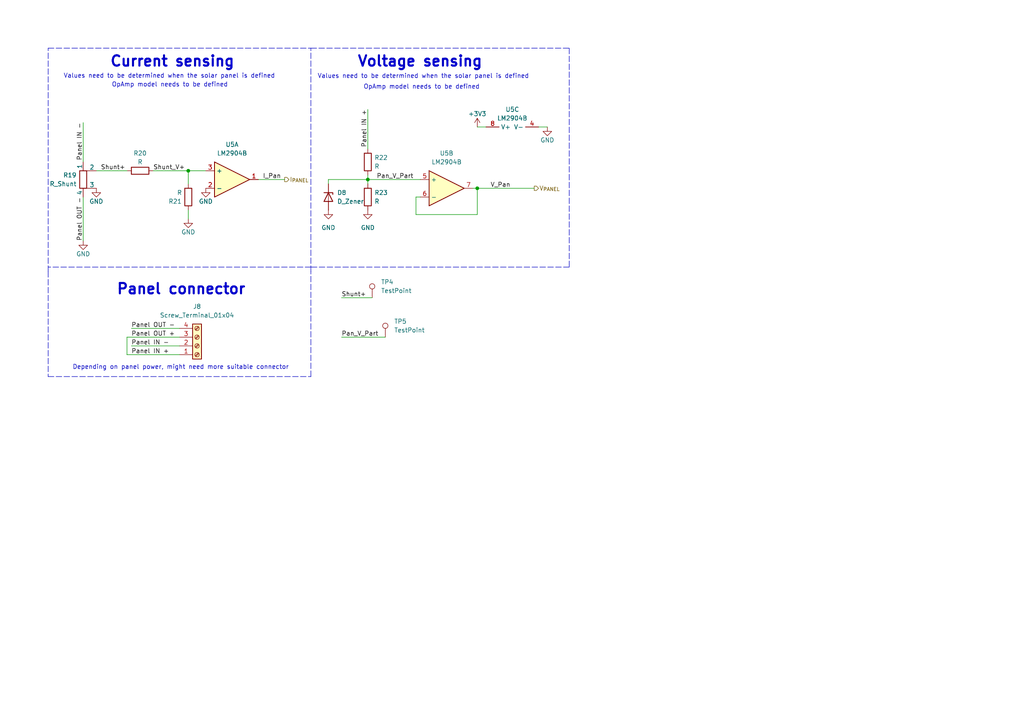
<source format=kicad_sch>
(kicad_sch (version 20211123) (generator eeschema)
  (paper "A4")
  (title_block (title "Sensing"))
  (lib_symbols
    (symbol "Connector:Screw_Terminal_01x04" (pin_names (offset 1.016) hide)
      (property "Reference" "J" (at 0 5.08 0))
      (property "Value" "Screw_Terminal_01x04" (at 0 -7.62 0))
      (symbol "Screw_Terminal_01x04_1_1"
        (rectangle (start -1.27 3.81) (end 1.27 -6.35) (stroke (width 0.254)) (fill (type background)))
        (circle (center 0 -5.08) (radius 0.635) (stroke (width 0.1524)))
        (circle (center 0 -2.54) (radius 0.635) (stroke (width 0.1524)))
        (polyline (pts (xy -0.5334 -4.7498) (xy 0.3302 -5.588)) (stroke (width 0.1524)))
        (polyline (pts (xy -0.5334 -2.2098) (xy 0.3302 -3.048)) (stroke (width 0.1524)))
        (polyline (pts (xy -0.5334 0.3302) (xy 0.3302 -0.508)) (stroke (width 0.1524)))
        (polyline (pts (xy -0.5334 2.8702) (xy 0.3302 2.032)) (stroke (width 0.1524)))
        (polyline (pts (xy -0.3556 -4.572) (xy 0.508 -5.4102)) (stroke (width 0.1524)))
        (polyline (pts (xy -0.3556 -2.032) (xy 0.508 -2.8702)) (stroke (width 0.1524)))
        (polyline (pts (xy -0.3556 0.508) (xy 0.508 -0.3302)) (stroke (width 0.1524)))
        (polyline (pts (xy -0.3556 3.048) (xy 0.508 2.2098)) (stroke (width 0.1524)))
        (circle (center 0 0) (radius 0.635) (stroke (width 0.1524)))
        (circle (center 0 2.54) (radius 0.635) (stroke (width 0.1524)))
        (pin passive line (at -5.08 2.54 0) (length 3.81) (name "Pin_1") (number "1"))
        (pin passive line (at -5.08 0 0) (length 3.81) (name "Pin_2") (number "2"))
        (pin passive line (at -5.08 -2.54 0) (length 3.81) (name "Pin_3") (number "3"))
        (pin passive line (at -5.08 -5.08 0) (length 3.81) (name "Pin_4") (number "4"))
      )
    )
    (symbol "Connector:TestPoint" (pin_numbers hide) (pin_names (offset 0.762) hide)
      (property "Reference" "TP" (at 0 6.858 0))
      (property "Value" "TestPoint" (at 0 5.08 0))
      (symbol "TestPoint_0_1"
        (circle (center 0 3.302) (radius 0.762))
      )
      (symbol "TestPoint_1_1"
        (pin passive line (at 0 0 90) (length 2.54) (name "1") (number "1"))
      )
    )
    (symbol "Device:D_Zener" (pin_numbers hide) (pin_names (offset 1.016) hide)
      (property "Reference" "D" (at 0 2.54 0))
      (property "Value" "D_Zener" (at 0 -2.54 0))
      (symbol "D_Zener_0_1"
        (polyline (pts (xy 1.27 0) (xy -1.27 0)))
        (polyline (pts (xy -1.27 -1.27) (xy -1.27 1.27) (xy -0.762 1.27)) (stroke (width 0.254)))
        (polyline (pts (xy 1.27 -1.27) (xy 1.27 1.27) (xy -1.27 0) (xy 1.27 -1.27)) (stroke (width 0.254)))
      )
      (symbol "D_Zener_1_1"
        (pin passive line (at -3.81 0 0) (length 2.54) (name "K") (number "1"))
        (pin passive line (at 3.81 0 180) (length 2.54) (name "A") (number "2"))
      )
    )
    (symbol "Device:Opamp_Dual"
      (property "Reference" "U" (at 0 5.08 0))
      (property "Value" "Opamp_Dual" (at 0 -5.08 0))
      (symbol "Opamp_Dual_1_1"
        (polyline (pts (xy -5.08 5.08) (xy 5.08 0) (xy -5.08 -5.08) (xy -5.08 5.08)) (stroke (width 0.254)) (fill (type background)))
        (pin output line (at 7.62 0 180) (length 2.54) (name "~") (number "1"))
        (pin input line (at -7.62 -2.54 0) (length 2.54) (name "-") (number "2"))
        (pin input line (at -7.62 2.54 0) (length 2.54) (name "+") (number "3"))
      )
      (symbol "Opamp_Dual_2_1"
        (polyline (pts (xy -5.08 5.08) (xy 5.08 0) (xy -5.08 -5.08) (xy -5.08 5.08)) (stroke (width 0.254)) (fill (type background)))
        (pin input line (at -7.62 2.54 0) (length 2.54) (name "+") (number "5"))
        (pin input line (at -7.62 -2.54 0) (length 2.54) (name "-") (number "6"))
        (pin output line (at 7.62 0 180) (length 2.54) (name "~") (number "7"))
      )
      (symbol "Opamp_Dual_3_1"
        (pin power_in line (at -2.54 -7.62 90) (length 3.81) (name "V-") (number "4"))
        (pin power_in line (at -2.54 7.62 270) (length 3.81) (name "V+") (number "8"))
      )
    )
    (symbol "Device:R" (pin_numbers hide) (pin_names (offset 0))
      (property "Reference" "R" (at 2.032 0 90))
      (property "Value" "R" (at 0 0 90))
      (symbol "R_0_1"
        (rectangle (start -1.016 -2.54) (end 1.016 2.54) (stroke (width 0.254)))
      )
      (symbol "R_1_1"
        (pin passive line (at 0 3.81 270) (length 1.27) (name "~") (number "1"))
        (pin passive line (at 0 -3.81 90) (length 1.27) (name "~") (number "2"))
      )
    )
    (symbol "Device:R_Shunt" (pin_numbers hide) (pin_names (offset 0))
      (property "Reference" "R" (at -4.445 0 90))
      (property "Value" "R_Shunt" (at -2.54 0 90))
      (symbol "R_Shunt_0_1"
        (rectangle (start -1.016 -2.54) (end 1.016 2.54) (stroke (width 0.254)))
        (polyline (pts (xy 0 -2.54) (xy 1.27 -2.54)))
        (polyline (pts (xy 1.27 2.54) (xy 0 2.54)))
      )
      (symbol "R_Shunt_1_1"
        (pin passive line (at 0 5.08 270) (length 2.54) (name "1") (number "1"))
        (pin passive line (at 3.81 2.54 180) (length 2.54) (name "2") (number "2"))
        (pin passive line (at 3.81 -2.54 180) (length 2.54) (name "3") (number "3"))
        (pin passive line (at 0 -5.08 90) (length 2.54) (name "4") (number "4"))
      )
    )
    (symbol "power:+3V3" (power) (pin_names (offset 0))
      (property "Value" "+3V3" (at 0 3.556 0))
      (symbol "+3V3_0_1"
        (polyline (pts (xy -0.762 1.27) (xy 0 2.54)))
        (polyline (pts (xy 0 0) (xy 0 2.54)))
        (polyline (pts (xy 0 2.54) (xy 0.762 1.27)))
      )
      (symbol "+3V3_1_1"
        (pin power_in line (at 0 0 90) (length 0) hide (name "+3V3") (number "1"))
      )
    )
    (symbol "power:GND" (power) (pin_names (offset 0))
      (property "Value" "GND" (at 0 -3.81 0))
      (symbol "GND_0_1"
        (polyline (pts (xy 0 0) (xy 0 -1.27) (xy 1.27 -1.27) (xy 0 -2.54) (xy -1.27 -1.27) (xy 0 -1.27)))
      )
      (symbol "GND_1_1"
        (pin power_in line (at 0 0 270) (length 0) hide (name "GND") (number "1"))
      )
    )
  )
  (junction (at 106.68 52.07))
  (junction (at 54.61 49.53))
  (junction (at 138.43 54.61))
  (wire (pts (xy 44.45 49.53) (xy 54.61 49.53)))
  (wire (pts (xy 138.43 54.61) (xy 154.94 54.61)))
  (wire (pts (xy 52.07 97.79) (xy 36.83 97.79)))
  (wire (pts (xy 52.07 100.33) (xy 38.1 100.33)))
  (wire (pts (xy 106.68 52.07) (xy 95.25 52.07)))
  (polyline (pts (xy 90.17 109.22) (xy 90.17 78.74)))
  (polyline (pts (xy 90.17 78.74) (xy 90.17 13.97)))
  (polyline (pts (xy 13.97 78.74) (xy 13.97 13.97)))
  (wire (pts (xy 95.25 52.07) (xy 95.25 53.34)))
  (wire (pts (xy 138.43 36.83) (xy 140.97 36.83)))
  (wire (pts (xy 52.07 95.25) (xy 38.1 95.25)))
  (polyline (pts (xy 90.17 13.97) (xy 165.1 13.97)))
  (wire (pts (xy 24.13 46.99) (xy 24.13 35.56)))
  (wire (pts (xy 54.61 49.53) (xy 54.61 53.34)))
  (wire (pts (xy 120.65 62.23) (xy 138.43 62.23)))
  (polyline (pts (xy 165.1 77.47) (xy 90.17 77.47)))
  (wire (pts (xy 36.83 97.79) (xy 36.83 102.87)))
  (polyline (pts (xy 13.97 13.97) (xy 90.17 13.97)))
  (wire (pts (xy 106.68 52.07) (xy 121.92 52.07)))
  (polyline (pts (xy 13.97 78.74) (xy 13.97 109.22)))
  (wire (pts (xy 106.68 43.18) (xy 106.68 31.75)))
  (wire (pts (xy 106.68 52.07) (xy 106.68 53.34)))
  (polyline (pts (xy 13.97 109.22) (xy 90.17 109.22)))
  (polyline (pts (xy 90.17 77.47) (xy 13.97 77.47)))
  (wire (pts (xy 99.06 97.79) (xy 111.76 97.79)))
  (wire (pts (xy 54.61 49.53) (xy 59.69 49.53)))
  (wire (pts (xy 138.43 62.23) (xy 138.43 54.61)))
  (wire (pts (xy 27.94 49.53) (xy 36.83 49.53)))
  (wire (pts (xy 106.68 50.8) (xy 106.68 52.07)))
  (wire (pts (xy 52.07 102.87) (xy 36.83 102.87)))
  (wire (pts (xy 54.61 60.96) (xy 54.61 63.5)))
  (wire (pts (xy 99.06 86.36) (xy 107.95 86.36)))
  (wire (pts (xy 138.43 54.61) (xy 137.16 54.61)))
  (wire (pts (xy 120.65 57.15) (xy 120.65 62.23)))
  (wire (pts (xy 24.13 57.15) (xy 24.13 69.85)))
  (wire (pts (xy 120.65 57.15) (xy 121.92 57.15)))
  (wire (pts (xy 156.21 36.83) (xy 158.75 36.83)))
  (wire (pts (xy 74.93 52.07) (xy 82.55 52.07)))
  (polyline (pts (xy 165.1 13.97) (xy 165.1 77.47)))
  (text "Values need to be determined when the solar panel is defined" (at 18.415 22.86 0) (effects (font (size 1.27 1.27)) (justify left bottom)))
  (text "Voltage sensing" (at 103.505 19.685 0) (effects (font (size 3 3) (thickness 0.6) bold) (justify left bottom)))
  (text "Values need to be determined when the solar panel is defined" (at 92.075 22.9269 0) (effects (font (size 1.27 1.27)) (justify left bottom)))
  (text "Current sensing" (at 31.75 19.685 0) (effects (font (size 3 3) (thickness 0.6) bold) (justify left bottom)))
  (text "OpAmp model needs to be defined" (at 32.385 25.4 0) (effects (font (size 1.27 1.27)) (justify left bottom)))
  (text "Depending on panel power, might need more suitable connector" (at 83.82 107.315 0) (effects (font (size 1.27 1.27)) (justify right bottom)))
  (text "Panel connector" (at 33.655 85.725 0) (effects (font (size 3 3) (thickness 0.6) bold) (justify left bottom)))
  (text "OpAmp model needs to be defined" (at 105.41 26.035 0) (effects (font (size 1.27 1.27)) (justify left bottom)))
  (label "Panel OUT +" (at 38.1 97.79 0))
  (label "Panel OUT -" (at 24.13 69.85 90))
  (label "Panel IN -" (at 38.1 100.33 0))
  (label "Shunt_V+" (at 44.45 49.53 0))
  (label "Panel IN +" (at 106.68 31.75 270))
  (label "Shunt+" (at 29.21 49.53 0))
  (label "V_Pan" (at 142.24 54.61 0))
  (label "Panel IN -" (at 24.13 35.56 270))
  (label "I_Pan" (at 76.2 52.07 0))
  (label "Shunt+" (at 99.06 86.36 0))
  (label "Pan_V_Part" (at 109.22 52.07 0))
  (label "Panel OUT -" (at 38.1 95.25 0))
  (label "Pan_V_Part" (at 99.06 97.79 0))
  (label "Panel IN +" (at 38.1 102.87 0))
  (hierarchical_label "V_{PANEL}" (shape output) (at 154.94 54.61 0))
  (hierarchical_label "I_{PANEL}" (shape output) (at 82.55 52.07 0))
  (symbol (lib_id "Device:Opamp_Dual") (at 129.54 54.61 0) (unit 2)
    (property "Reference" "U5" (at 129.54 44.45 0))
    (property "Value" "LM2904B" (at 129.54 46.99 0))
    (property "Footprint" "Package_SO:TSSOP-8_4.4x3mm_P0.65mm" (effects hide))
  )
  (symbol (lib_id "power:GND") (at 106.68 60.96 0) (unit 1)
    (property "Reference" "#PWR081" (effects hide))
    (property "Value" "GND" (at 106.68 66.04 0))
  )
  (symbol (lib_id "power:+3V3") (at 138.43 36.83 0) (unit 1)
    (property "Reference" "#PWR082" (effects hide))
    (property "Value" "+3V3" (at 138.43 33.02 0))
  )
  (symbol (lib_id "power:GND") (at 59.69 54.61 0) (unit 1)
    (property "Reference" "#PWR079" (effects hide))
    (property "Value" "GND" (at 59.69 58.42 0))
  )
  (symbol (lib_id "power:GND") (at 54.61 63.5 0) (unit 1)
    (property "Reference" "#PWR078" (effects hide))
    (property "Value" "GND" (at 54.61 67.31 0))
  )
  (symbol (lib_id "Device:R") (at 106.68 57.15 0) (unit 1)
    (property "Reference" "R23" (at 108.585 55.8799 0) (effects (justify left)))
    (property "Value" "R" (at 108.585 58.4199 0) (effects (justify left)))
    (property "Footprint" "Resistor_SMD:R_0603_1608Metric" (effects hide))
  )
  (symbol (lib_id "Device:Opamp_Dual") (at 67.31 52.07 0) (unit 1)
    (property "Reference" "U5" (at 67.31 41.91 0))
    (property "Value" "LM2904B" (at 67.31 44.45 0))
    (property "Footprint" "Package_SO:TSSOP-8_4.4x3mm_P0.65mm" (effects hide))
  )
  (symbol (lib_id "Connector:TestPoint") (at 107.95 86.36 0) (unit 1)
    (property "Reference" "TP4" (at 110.49 81.7879 0) (effects (justify left)))
    (property "Value" "TestPoint" (at 110.49 84.3279 0) (effects (justify left)))
    (property "Footprint" "TestPoint:TestPoint_Keystone_5005-5009_Compact" (effects hide))
  )
  (symbol (lib_id "Connector:TestPoint") (at 111.76 97.79 0) (unit 1)
    (property "Reference" "TP5" (at 114.3 93.2179 0) (effects (justify left)))
    (property "Value" "TestPoint" (at 114.3 95.7579 0) (effects (justify left)))
    (property "Footprint" "TestPoint:TestPoint_Keystone_5005-5009_Compact" (effects hide))
  )
  (symbol (lib_id "Device:R") (at 106.68 46.99 0) (unit 1)
    (property "Reference" "R22" (at 108.585 45.7199 0) (effects (justify left)))
    (property "Value" "R" (at 108.585 48.2599 0) (effects (justify left)))
    (property "Footprint" "Resistor_SMD:R_0603_1608Metric" (effects hide))
  )
  (symbol (lib_id "Device:Opamp_Dual") (at 148.59 34.29 90) (unit 3)
    (property "Reference" "U5" (at 148.59 31.75 90))
    (property "Value" "LM2904B" (at 148.59 34.29 90))
    (property "Footprint" "Package_SO:TSSOP-8_4.4x3mm_P0.65mm" (effects hide))
  )
  (symbol (lib_id "Device:R") (at 54.61 57.15 180) (unit 1)
    (property "Reference" "R21" (at 50.8 58.42 0))
    (property "Value" "R" (at 52.07 55.88 0))
    (property "Footprint" "Resistor_SMD:R_0603_1608Metric" (effects hide))
  )
  (symbol (lib_id "power:GND") (at 24.13 69.85 0) (unit 1)
    (property "Reference" "#PWR076" (effects hide))
    (property "Value" "GND" (at 24.13 73.66 0))
  )
  (symbol (lib_id "power:GND") (at 27.94 54.61 0) (unit 1)
    (property "Reference" "#PWR077" (effects hide))
    (property "Value" "GND" (at 27.94 58.42 0))
  )
  (symbol (lib_id "Device:R") (at 40.64 49.53 90) (unit 1)
    (property "Reference" "R20" (at 40.64 44.45 90))
    (property "Value" "R" (at 40.64 46.99 90))
    (property "Footprint" "Resistor_SMD:R_0603_1608Metric" (effects hide))
  )
  (symbol (lib_id "Device:R_Shunt") (at 24.13 52.07 0) (unit 1)
    (property "Reference" "R19" (at 22.225 50.7999 0) (effects (justify right)))
    (property "Value" "R_Shunt" (at 22.225 53.3399 0) (effects (justify right)))
    (property "Footprint" "Resistor_SMD:R_1210_3225Metric" (effects hide))
  )
  (symbol (lib_id "Connector:Screw_Terminal_01x04") (at 57.15 100.33 0) (mirror x) (unit 1)
    (property "Reference" "J8" (at 57.15 88.9 0))
    (property "Value" "Screw_Terminal_01x04" (at 57.15 91.44 0))
    (property "Footprint" "TerminalBlock_TE-Connectivity:TerminalBlock_TE_282834-4_1x04_P2.54mm_Horizontal" (effects hide))
  )
  (symbol (lib_id "power:GND") (at 158.75 36.83 0) (unit 1)
    (property "Reference" "#PWR083" (effects hide))
    (property "Value" "GND" (at 158.75 40.64 0))
  )
  (symbol (lib_id "Device:D_Zener") (at 95.25 57.15 270) (unit 1)
    (property "Reference" "D8" (at 97.79 55.8799 90) (effects (justify left)))
    (property "Value" "D_Zener" (at 97.79 58.4199 90) (effects (justify left)))
    (property "Footprint" "Diode_SMD:D_0603_1608Metric" (effects hide))
  )
  (symbol (lib_id "power:GND") (at 95.25 60.96 0) (unit 1)
    (property "Reference" "#PWR080" (effects hide))
    (property "Value" "GND" (at 95.25 66.04 0))
  )
)
</source>
